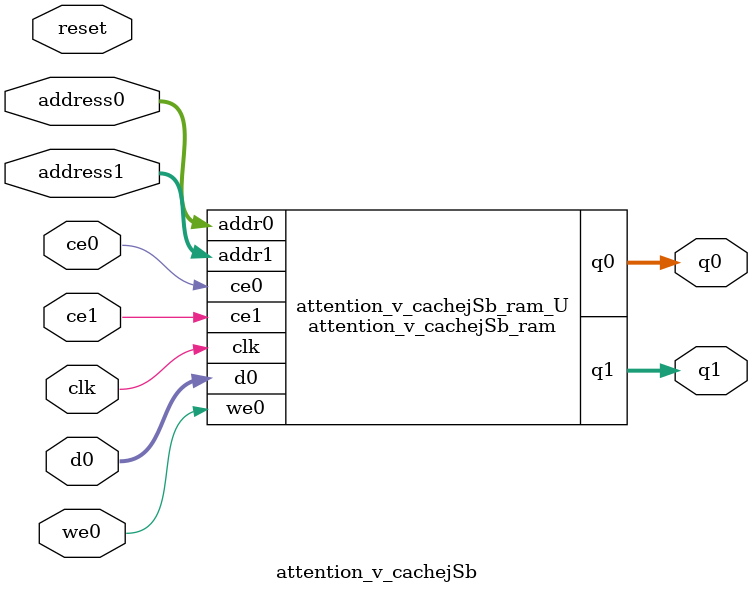
<source format=v>
`timescale 1 ns / 1 ps
module attention_v_cachejSb_ram (addr0, ce0, d0, we0, q0, addr1, ce1, q1,  clk);

parameter DWIDTH = 40;
parameter AWIDTH = 14;
parameter MEM_SIZE = 9216;

input[AWIDTH-1:0] addr0;
input ce0;
input[DWIDTH-1:0] d0;
input we0;
output reg[DWIDTH-1:0] q0;
input[AWIDTH-1:0] addr1;
input ce1;
output reg[DWIDTH-1:0] q1;
input clk;

(* ram_style = "block" *)reg [DWIDTH-1:0] ram[0:MEM_SIZE-1];




always @(posedge clk)  
begin 
    if (ce0) begin
        if (we0) 
            ram[addr0] <= d0; 
        q0 <= ram[addr0];
    end
end


always @(posedge clk)  
begin 
    if (ce1) begin
        q1 <= ram[addr1];
    end
end


endmodule

`timescale 1 ns / 1 ps
module attention_v_cachejSb(
    reset,
    clk,
    address0,
    ce0,
    we0,
    d0,
    q0,
    address1,
    ce1,
    q1);

parameter DataWidth = 32'd40;
parameter AddressRange = 32'd9216;
parameter AddressWidth = 32'd14;
input reset;
input clk;
input[AddressWidth - 1:0] address0;
input ce0;
input we0;
input[DataWidth - 1:0] d0;
output[DataWidth - 1:0] q0;
input[AddressWidth - 1:0] address1;
input ce1;
output[DataWidth - 1:0] q1;



attention_v_cachejSb_ram attention_v_cachejSb_ram_U(
    .clk( clk ),
    .addr0( address0 ),
    .ce0( ce0 ),
    .we0( we0 ),
    .d0( d0 ),
    .q0( q0 ),
    .addr1( address1 ),
    .ce1( ce1 ),
    .q1( q1 ));

endmodule


</source>
